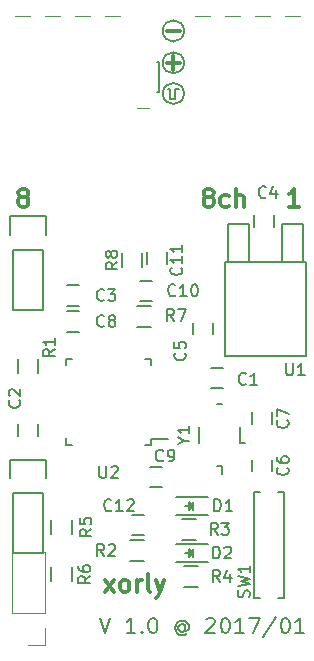
<source format=gbr>
G04 #@! TF.FileFunction,Legend,Top*
%FSLAX46Y46*%
G04 Gerber Fmt 4.6, Leading zero omitted, Abs format (unit mm)*
G04 Created by KiCad (PCBNEW (2016-11-06 revision 9ab7cfe)-master) date Tue Jan 10 10:26:56 2017*
%MOMM*%
%LPD*%
G01*
G04 APERTURE LIST*
%ADD10C,0.100000*%
%ADD11C,0.300000*%
%ADD12C,0.200000*%
%ADD13C,0.150000*%
%ADD14C,0.120000*%
G04 APERTURE END LIST*
D10*
D11*
X93867142Y-69381428D02*
X93724285Y-69310000D01*
X93652857Y-69238571D01*
X93581428Y-69095714D01*
X93581428Y-69024285D01*
X93652857Y-68881428D01*
X93724285Y-68810000D01*
X93867142Y-68738571D01*
X94152857Y-68738571D01*
X94295714Y-68810000D01*
X94367142Y-68881428D01*
X94438571Y-69024285D01*
X94438571Y-69095714D01*
X94367142Y-69238571D01*
X94295714Y-69310000D01*
X94152857Y-69381428D01*
X93867142Y-69381428D01*
X93724285Y-69452857D01*
X93652857Y-69524285D01*
X93581428Y-69667142D01*
X93581428Y-69952857D01*
X93652857Y-70095714D01*
X93724285Y-70167142D01*
X93867142Y-70238571D01*
X94152857Y-70238571D01*
X94295714Y-70167142D01*
X94367142Y-70095714D01*
X94438571Y-69952857D01*
X94438571Y-69667142D01*
X94367142Y-69524285D01*
X94295714Y-69452857D01*
X94152857Y-69381428D01*
X117338571Y-70238571D02*
X116481428Y-70238571D01*
X116910000Y-70238571D02*
X116910000Y-68738571D01*
X116767142Y-68952857D01*
X116624285Y-69095714D01*
X116481428Y-69167142D01*
X106138571Y-58067142D02*
X107281428Y-58067142D01*
X106710000Y-58638571D02*
X106710000Y-57495714D01*
D12*
X105510000Y-60560000D02*
X105310000Y-60560000D01*
X105510000Y-57960000D02*
X105510000Y-60560000D01*
X105310000Y-57960000D02*
X105510000Y-57960000D01*
X107610000Y-55360000D02*
G75*
G03X107610000Y-55360000I-900000J0D01*
G01*
X107610000Y-58060000D02*
G75*
G03X107610000Y-58060000I-900000J0D01*
G01*
D11*
X106138571Y-55367142D02*
X107281428Y-55367142D01*
D12*
X107610000Y-60660000D02*
G75*
G03X107610000Y-60660000I-900000J0D01*
G01*
X106810000Y-60260000D02*
X107210000Y-60260000D01*
X106810000Y-60260000D02*
X106810000Y-61160000D01*
X106410000Y-61160000D02*
X106810000Y-61160000D01*
X106410000Y-61160000D02*
X106410000Y-60260000D01*
X106210000Y-60260000D02*
X106410000Y-60260000D01*
D11*
X100910000Y-102838571D02*
X101695714Y-101838571D01*
X100910000Y-101838571D02*
X101695714Y-102838571D01*
X102481428Y-102838571D02*
X102338571Y-102767142D01*
X102267142Y-102695714D01*
X102195714Y-102552857D01*
X102195714Y-102124285D01*
X102267142Y-101981428D01*
X102338571Y-101910000D01*
X102481428Y-101838571D01*
X102695714Y-101838571D01*
X102838571Y-101910000D01*
X102910000Y-101981428D01*
X102981428Y-102124285D01*
X102981428Y-102552857D01*
X102910000Y-102695714D01*
X102838571Y-102767142D01*
X102695714Y-102838571D01*
X102481428Y-102838571D01*
X103624285Y-102838571D02*
X103624285Y-101838571D01*
X103624285Y-102124285D02*
X103695714Y-101981428D01*
X103767142Y-101910000D01*
X103910000Y-101838571D01*
X104052857Y-101838571D01*
X104767142Y-102838571D02*
X104624285Y-102767142D01*
X104552857Y-102624285D01*
X104552857Y-101338571D01*
X105195714Y-101838571D02*
X105552857Y-102838571D01*
X105910000Y-101838571D02*
X105552857Y-102838571D01*
X105410000Y-103195714D01*
X105338571Y-103267142D01*
X105195714Y-103338571D01*
X109545714Y-69381428D02*
X109402857Y-69310000D01*
X109331428Y-69238571D01*
X109260000Y-69095714D01*
X109260000Y-69024285D01*
X109331428Y-68881428D01*
X109402857Y-68810000D01*
X109545714Y-68738571D01*
X109831428Y-68738571D01*
X109974285Y-68810000D01*
X110045714Y-68881428D01*
X110117142Y-69024285D01*
X110117142Y-69095714D01*
X110045714Y-69238571D01*
X109974285Y-69310000D01*
X109831428Y-69381428D01*
X109545714Y-69381428D01*
X109402857Y-69452857D01*
X109331428Y-69524285D01*
X109260000Y-69667142D01*
X109260000Y-69952857D01*
X109331428Y-70095714D01*
X109402857Y-70167142D01*
X109545714Y-70238571D01*
X109831428Y-70238571D01*
X109974285Y-70167142D01*
X110045714Y-70095714D01*
X110117142Y-69952857D01*
X110117142Y-69667142D01*
X110045714Y-69524285D01*
X109974285Y-69452857D01*
X109831428Y-69381428D01*
X111402857Y-70167142D02*
X111260000Y-70238571D01*
X110974285Y-70238571D01*
X110831428Y-70167142D01*
X110760000Y-70095714D01*
X110688571Y-69952857D01*
X110688571Y-69524285D01*
X110760000Y-69381428D01*
X110831428Y-69310000D01*
X110974285Y-69238571D01*
X111260000Y-69238571D01*
X111402857Y-69310000D01*
X112045714Y-70238571D02*
X112045714Y-68738571D01*
X112688571Y-70238571D02*
X112688571Y-69452857D01*
X112617142Y-69310000D01*
X112474285Y-69238571D01*
X112260000Y-69238571D01*
X112117142Y-69310000D01*
X112045714Y-69381428D01*
D12*
X100512380Y-105048095D02*
X100945714Y-106348095D01*
X101379047Y-105048095D01*
X103483809Y-106348095D02*
X102740952Y-106348095D01*
X103112380Y-106348095D02*
X103112380Y-105048095D01*
X102988571Y-105233809D01*
X102864761Y-105357619D01*
X102740952Y-105419523D01*
X104040952Y-106224285D02*
X104102857Y-106286190D01*
X104040952Y-106348095D01*
X103979047Y-106286190D01*
X104040952Y-106224285D01*
X104040952Y-106348095D01*
X104907619Y-105048095D02*
X105031428Y-105048095D01*
X105155238Y-105110000D01*
X105217142Y-105171904D01*
X105279047Y-105295714D01*
X105340952Y-105543333D01*
X105340952Y-105852857D01*
X105279047Y-106100476D01*
X105217142Y-106224285D01*
X105155238Y-106286190D01*
X105031428Y-106348095D01*
X104907619Y-106348095D01*
X104783809Y-106286190D01*
X104721904Y-106224285D01*
X104660000Y-106100476D01*
X104598095Y-105852857D01*
X104598095Y-105543333D01*
X104660000Y-105295714D01*
X104721904Y-105171904D01*
X104783809Y-105110000D01*
X104907619Y-105048095D01*
X107693333Y-105729047D02*
X107631428Y-105667142D01*
X107507619Y-105605238D01*
X107383809Y-105605238D01*
X107260000Y-105667142D01*
X107198095Y-105729047D01*
X107136190Y-105852857D01*
X107136190Y-105976666D01*
X107198095Y-106100476D01*
X107260000Y-106162380D01*
X107383809Y-106224285D01*
X107507619Y-106224285D01*
X107631428Y-106162380D01*
X107693333Y-106100476D01*
X107693333Y-105605238D02*
X107693333Y-106100476D01*
X107755238Y-106162380D01*
X107817142Y-106162380D01*
X107940952Y-106100476D01*
X108002857Y-105976666D01*
X108002857Y-105667142D01*
X107879047Y-105481428D01*
X107693333Y-105357619D01*
X107445714Y-105295714D01*
X107198095Y-105357619D01*
X107012380Y-105481428D01*
X106888571Y-105667142D01*
X106826666Y-105914761D01*
X106888571Y-106162380D01*
X107012380Y-106348095D01*
X107198095Y-106471904D01*
X107445714Y-106533809D01*
X107693333Y-106471904D01*
X107879047Y-106348095D01*
X109488571Y-105171904D02*
X109550476Y-105110000D01*
X109674285Y-105048095D01*
X109983809Y-105048095D01*
X110107619Y-105110000D01*
X110169523Y-105171904D01*
X110231428Y-105295714D01*
X110231428Y-105419523D01*
X110169523Y-105605238D01*
X109426666Y-106348095D01*
X110231428Y-106348095D01*
X111036190Y-105048095D02*
X111160000Y-105048095D01*
X111283809Y-105110000D01*
X111345714Y-105171904D01*
X111407619Y-105295714D01*
X111469523Y-105543333D01*
X111469523Y-105852857D01*
X111407619Y-106100476D01*
X111345714Y-106224285D01*
X111283809Y-106286190D01*
X111160000Y-106348095D01*
X111036190Y-106348095D01*
X110912380Y-106286190D01*
X110850476Y-106224285D01*
X110788571Y-106100476D01*
X110726666Y-105852857D01*
X110726666Y-105543333D01*
X110788571Y-105295714D01*
X110850476Y-105171904D01*
X110912380Y-105110000D01*
X111036190Y-105048095D01*
X112707619Y-106348095D02*
X111964761Y-106348095D01*
X112336190Y-106348095D02*
X112336190Y-105048095D01*
X112212380Y-105233809D01*
X112088571Y-105357619D01*
X111964761Y-105419523D01*
X113140952Y-105048095D02*
X114007619Y-105048095D01*
X113450476Y-106348095D01*
X115431428Y-104986190D02*
X114317142Y-106657619D01*
X116112380Y-105048095D02*
X116236190Y-105048095D01*
X116360000Y-105110000D01*
X116421904Y-105171904D01*
X116483809Y-105295714D01*
X116545714Y-105543333D01*
X116545714Y-105852857D01*
X116483809Y-106100476D01*
X116421904Y-106224285D01*
X116360000Y-106286190D01*
X116236190Y-106348095D01*
X116112380Y-106348095D01*
X115988571Y-106286190D01*
X115926666Y-106224285D01*
X115864761Y-106100476D01*
X115802857Y-105852857D01*
X115802857Y-105543333D01*
X115864761Y-105295714D01*
X115926666Y-105171904D01*
X115988571Y-105110000D01*
X116112380Y-105048095D01*
X117783809Y-106348095D02*
X117040952Y-106348095D01*
X117412380Y-106348095D02*
X117412380Y-105048095D01*
X117288571Y-105233809D01*
X117164761Y-105357619D01*
X117040952Y-105419523D01*
D13*
X113113000Y-74884000D02*
X113113000Y-71709000D01*
X113113000Y-71709000D02*
X111335000Y-71709000D01*
X111335000Y-71709000D02*
X111335000Y-74884000D01*
X117685000Y-74884000D02*
X117685000Y-71709000D01*
X117685000Y-71709000D02*
X115907000Y-71709000D01*
X115907000Y-71709000D02*
X115907000Y-74884000D01*
X111081000Y-80980000D02*
X111081000Y-74884000D01*
X111081000Y-74884000D02*
X117939000Y-74884000D01*
X117939000Y-74884000D02*
X117939000Y-82758000D01*
X117939000Y-82885000D02*
X111081000Y-82885000D01*
X111081000Y-82758000D02*
X111081000Y-80980000D01*
D14*
X95800000Y-104650000D02*
X95800000Y-99450000D01*
X95800000Y-99450000D02*
X93020000Y-99450000D01*
X93020000Y-99450000D02*
X93020000Y-104650000D01*
X93020000Y-104650000D02*
X95800000Y-104650000D01*
X95800000Y-105920000D02*
X95800000Y-107310000D01*
X95800000Y-107310000D02*
X94410000Y-107310000D01*
X104640000Y-61860000D02*
X103640000Y-61860000D01*
X108520000Y-54080000D02*
X109820000Y-54080000D01*
X111060000Y-54080000D02*
X112360000Y-54080000D01*
X113600000Y-54080000D02*
X114900000Y-54080000D01*
X100900000Y-54080000D02*
X102200000Y-54080000D01*
X98360000Y-54080000D02*
X99660000Y-54080000D01*
X95820000Y-54080000D02*
X97120000Y-54080000D01*
X93280000Y-54080000D02*
X94580000Y-54080000D01*
X116140000Y-54080000D02*
X117440000Y-54080000D01*
D13*
X93140000Y-94490000D02*
X93140000Y-99570000D01*
X93140000Y-99570000D02*
X95680000Y-99570000D01*
X95680000Y-99570000D02*
X95680000Y-94490000D01*
X95960000Y-91670000D02*
X95960000Y-93220000D01*
X95680000Y-94490000D02*
X93140000Y-94490000D01*
X92860000Y-93220000D02*
X92860000Y-91670000D01*
X92860000Y-91670000D02*
X95960000Y-91670000D01*
X104210000Y-96310000D02*
X103210000Y-96310000D01*
X103210000Y-98010000D02*
X104210000Y-98010000D01*
X114060000Y-94360000D02*
X113560000Y-94360000D01*
X113560000Y-94360000D02*
X113560000Y-103360000D01*
X113560000Y-103360000D02*
X114060000Y-103360000D01*
X115560000Y-103360000D02*
X116060000Y-103360000D01*
X116060000Y-103360000D02*
X116060000Y-94360000D01*
X116060000Y-94360000D02*
X115560000Y-94360000D01*
X103910000Y-78210000D02*
X104910000Y-78210000D01*
X104910000Y-76510000D02*
X103910000Y-76510000D01*
X104460000Y-74060000D02*
X104460000Y-75060000D01*
X106160000Y-75060000D02*
X106160000Y-74060000D01*
X108610000Y-98435000D02*
X107410000Y-98435000D01*
X107410000Y-96685000D02*
X108610000Y-96685000D01*
X95260000Y-89660000D02*
X95260000Y-88660000D01*
X93560000Y-88660000D02*
X93560000Y-89660000D01*
X97710000Y-78610000D02*
X98710000Y-78610000D01*
X98710000Y-76910000D02*
X97710000Y-76910000D01*
X113560000Y-70960000D02*
X113560000Y-71960000D01*
X115260000Y-71960000D02*
X115260000Y-70960000D01*
X110060000Y-81060000D02*
X110060000Y-80060000D01*
X108360000Y-80060000D02*
X108360000Y-81060000D01*
X115060000Y-92660000D02*
X115060000Y-91660000D01*
X113360000Y-91660000D02*
X113360000Y-92660000D01*
X115060000Y-88660000D02*
X115060000Y-87660000D01*
X113360000Y-87660000D02*
X113360000Y-88660000D01*
X97710000Y-80810000D02*
X98710000Y-80810000D01*
X98710000Y-79110000D02*
X97710000Y-79110000D01*
X105710000Y-92310000D02*
X104710000Y-92310000D01*
X104710000Y-94010000D02*
X105710000Y-94010000D01*
X109910000Y-85610000D02*
X110910000Y-85610000D01*
X110910000Y-83910000D02*
X109910000Y-83910000D01*
X98085000Y-96760000D02*
X98085000Y-97960000D01*
X96335000Y-97960000D02*
X96335000Y-96760000D01*
X108810000Y-102435000D02*
X107610000Y-102435000D01*
X107610000Y-100685000D02*
X108810000Y-100685000D01*
X103010000Y-98485000D02*
X104210000Y-98485000D01*
X104210000Y-100235000D02*
X103010000Y-100235000D01*
X95285000Y-83160000D02*
X95285000Y-84360000D01*
X93535000Y-84360000D02*
X93535000Y-83160000D01*
X103610000Y-78685000D02*
X104810000Y-78685000D01*
X104810000Y-80435000D02*
X103610000Y-80435000D01*
X102335000Y-75360000D02*
X102335000Y-74160000D01*
X104085000Y-74160000D02*
X104085000Y-75360000D01*
X98085000Y-100760000D02*
X98085000Y-101960000D01*
X96335000Y-101960000D02*
X96335000Y-100760000D01*
X92860000Y-71070000D02*
X95960000Y-71070000D01*
X92860000Y-72620000D02*
X92860000Y-71070000D01*
X95680000Y-73890000D02*
X93140000Y-73890000D01*
X95960000Y-71070000D02*
X95960000Y-72620000D01*
X95680000Y-78970000D02*
X95680000Y-73890000D01*
X93140000Y-78970000D02*
X95680000Y-78970000D01*
X93140000Y-73890000D02*
X93140000Y-78970000D01*
X110810000Y-92160000D02*
X110810000Y-92860000D01*
X112310000Y-90260000D02*
X112810000Y-90260000D01*
X112310000Y-88857920D02*
X112310000Y-90260000D01*
X108910000Y-90261040D02*
X108910000Y-88858960D01*
X110810000Y-86960000D02*
X110410000Y-86960000D01*
X110810000Y-92160000D02*
X110410000Y-92160000D01*
X104835000Y-90385000D02*
X104835000Y-89935000D01*
X97585000Y-90385000D02*
X97585000Y-89860000D01*
X97585000Y-83135000D02*
X97585000Y-83660000D01*
X104835000Y-83135000D02*
X104835000Y-83660000D01*
X104835000Y-90385000D02*
X104310000Y-90385000D01*
X104835000Y-83135000D02*
X104310000Y-83135000D01*
X97585000Y-83135000D02*
X98110000Y-83135000D01*
X97585000Y-90385000D02*
X98110000Y-90385000D01*
X104835000Y-89935000D02*
X106210000Y-89935000D01*
X108010000Y-95210000D02*
X108360000Y-95560000D01*
X108010000Y-95910000D02*
X108010000Y-95210000D01*
X108360000Y-95560000D02*
X108010000Y-95910000D01*
X108010000Y-95560000D02*
X107660000Y-95560000D01*
X108360000Y-95910000D02*
X108360000Y-95210000D01*
X108110000Y-95660000D02*
X108260000Y-95510000D01*
X108110000Y-95410000D02*
X108110000Y-95660000D01*
X109610000Y-96310000D02*
X106910000Y-96310000D01*
X109610000Y-94810000D02*
X106910000Y-94810000D01*
X109610000Y-98810000D02*
X106910000Y-98810000D01*
X109610000Y-100310000D02*
X106910000Y-100310000D01*
X108110000Y-99410000D02*
X108110000Y-99660000D01*
X108110000Y-99660000D02*
X108260000Y-99510000D01*
X108360000Y-99910000D02*
X108360000Y-99210000D01*
X108010000Y-99560000D02*
X107660000Y-99560000D01*
X108360000Y-99560000D02*
X108010000Y-99910000D01*
X108010000Y-99910000D02*
X108010000Y-99210000D01*
X108010000Y-99210000D02*
X108360000Y-99560000D01*
X116248095Y-83512380D02*
X116248095Y-84321904D01*
X116295714Y-84417142D01*
X116343333Y-84464761D01*
X116438571Y-84512380D01*
X116629047Y-84512380D01*
X116724285Y-84464761D01*
X116771904Y-84417142D01*
X116819523Y-84321904D01*
X116819523Y-83512380D01*
X117819523Y-84512380D02*
X117248095Y-84512380D01*
X117533809Y-84512380D02*
X117533809Y-83512380D01*
X117438571Y-83655238D01*
X117343333Y-83750476D01*
X117248095Y-83798095D01*
D12*
X101467142Y-95917142D02*
X101419523Y-95964761D01*
X101276666Y-96012380D01*
X101181428Y-96012380D01*
X101038571Y-95964761D01*
X100943333Y-95869523D01*
X100895714Y-95774285D01*
X100848095Y-95583809D01*
X100848095Y-95440952D01*
X100895714Y-95250476D01*
X100943333Y-95155238D01*
X101038571Y-95060000D01*
X101181428Y-95012380D01*
X101276666Y-95012380D01*
X101419523Y-95060000D01*
X101467142Y-95107619D01*
X102419523Y-96012380D02*
X101848095Y-96012380D01*
X102133809Y-96012380D02*
X102133809Y-95012380D01*
X102038571Y-95155238D01*
X101943333Y-95250476D01*
X101848095Y-95298095D01*
X102800476Y-95107619D02*
X102848095Y-95060000D01*
X102943333Y-95012380D01*
X103181428Y-95012380D01*
X103276666Y-95060000D01*
X103324285Y-95107619D01*
X103371904Y-95202857D01*
X103371904Y-95298095D01*
X103324285Y-95440952D01*
X102752857Y-96012380D01*
X103371904Y-96012380D01*
X113114761Y-103293333D02*
X113162380Y-103150476D01*
X113162380Y-102912380D01*
X113114761Y-102817142D01*
X113067142Y-102769523D01*
X112971904Y-102721904D01*
X112876666Y-102721904D01*
X112781428Y-102769523D01*
X112733809Y-102817142D01*
X112686190Y-102912380D01*
X112638571Y-103102857D01*
X112590952Y-103198095D01*
X112543333Y-103245714D01*
X112448095Y-103293333D01*
X112352857Y-103293333D01*
X112257619Y-103245714D01*
X112210000Y-103198095D01*
X112162380Y-103102857D01*
X112162380Y-102864761D01*
X112210000Y-102721904D01*
X112162380Y-102388571D02*
X113162380Y-102150476D01*
X112448095Y-101960000D01*
X113162380Y-101769523D01*
X112162380Y-101531428D01*
X113162380Y-100626666D02*
X113162380Y-101198095D01*
X113162380Y-100912380D02*
X112162380Y-100912380D01*
X112305238Y-101007619D01*
X112400476Y-101102857D01*
X112448095Y-101198095D01*
X106867142Y-77717142D02*
X106819523Y-77764761D01*
X106676666Y-77812380D01*
X106581428Y-77812380D01*
X106438571Y-77764761D01*
X106343333Y-77669523D01*
X106295714Y-77574285D01*
X106248095Y-77383809D01*
X106248095Y-77240952D01*
X106295714Y-77050476D01*
X106343333Y-76955238D01*
X106438571Y-76860000D01*
X106581428Y-76812380D01*
X106676666Y-76812380D01*
X106819523Y-76860000D01*
X106867142Y-76907619D01*
X107819523Y-77812380D02*
X107248095Y-77812380D01*
X107533809Y-77812380D02*
X107533809Y-76812380D01*
X107438571Y-76955238D01*
X107343333Y-77050476D01*
X107248095Y-77098095D01*
X108438571Y-76812380D02*
X108533809Y-76812380D01*
X108629047Y-76860000D01*
X108676666Y-76907619D01*
X108724285Y-77002857D01*
X108771904Y-77193333D01*
X108771904Y-77431428D01*
X108724285Y-77621904D01*
X108676666Y-77717142D01*
X108629047Y-77764761D01*
X108533809Y-77812380D01*
X108438571Y-77812380D01*
X108343333Y-77764761D01*
X108295714Y-77717142D01*
X108248095Y-77621904D01*
X108200476Y-77431428D01*
X108200476Y-77193333D01*
X108248095Y-77002857D01*
X108295714Y-76907619D01*
X108343333Y-76860000D01*
X108438571Y-76812380D01*
X107367142Y-75402857D02*
X107414761Y-75450476D01*
X107462380Y-75593333D01*
X107462380Y-75688571D01*
X107414761Y-75831428D01*
X107319523Y-75926666D01*
X107224285Y-75974285D01*
X107033809Y-76021904D01*
X106890952Y-76021904D01*
X106700476Y-75974285D01*
X106605238Y-75926666D01*
X106510000Y-75831428D01*
X106462380Y-75688571D01*
X106462380Y-75593333D01*
X106510000Y-75450476D01*
X106557619Y-75402857D01*
X107462380Y-74450476D02*
X107462380Y-75021904D01*
X107462380Y-74736190D02*
X106462380Y-74736190D01*
X106605238Y-74831428D01*
X106700476Y-74926666D01*
X106748095Y-75021904D01*
X107462380Y-73498095D02*
X107462380Y-74069523D01*
X107462380Y-73783809D02*
X106462380Y-73783809D01*
X106605238Y-73879047D01*
X106700476Y-73974285D01*
X106748095Y-74069523D01*
X110443333Y-98012380D02*
X110110000Y-97536190D01*
X109871904Y-98012380D02*
X109871904Y-97012380D01*
X110252857Y-97012380D01*
X110348095Y-97060000D01*
X110395714Y-97107619D01*
X110443333Y-97202857D01*
X110443333Y-97345714D01*
X110395714Y-97440952D01*
X110348095Y-97488571D01*
X110252857Y-97536190D01*
X109871904Y-97536190D01*
X110776666Y-97012380D02*
X111395714Y-97012380D01*
X111062380Y-97393333D01*
X111205238Y-97393333D01*
X111300476Y-97440952D01*
X111348095Y-97488571D01*
X111395714Y-97583809D01*
X111395714Y-97821904D01*
X111348095Y-97917142D01*
X111300476Y-97964761D01*
X111205238Y-98012380D01*
X110919523Y-98012380D01*
X110824285Y-97964761D01*
X110776666Y-97917142D01*
X93667142Y-86626666D02*
X93714761Y-86674285D01*
X93762380Y-86817142D01*
X93762380Y-86912380D01*
X93714761Y-87055238D01*
X93619523Y-87150476D01*
X93524285Y-87198095D01*
X93333809Y-87245714D01*
X93190952Y-87245714D01*
X93000476Y-87198095D01*
X92905238Y-87150476D01*
X92810000Y-87055238D01*
X92762380Y-86912380D01*
X92762380Y-86817142D01*
X92810000Y-86674285D01*
X92857619Y-86626666D01*
X92857619Y-86245714D02*
X92810000Y-86198095D01*
X92762380Y-86102857D01*
X92762380Y-85864761D01*
X92810000Y-85769523D01*
X92857619Y-85721904D01*
X92952857Y-85674285D01*
X93048095Y-85674285D01*
X93190952Y-85721904D01*
X93762380Y-86293333D01*
X93762380Y-85674285D01*
X100843333Y-78117142D02*
X100795714Y-78164761D01*
X100652857Y-78212380D01*
X100557619Y-78212380D01*
X100414761Y-78164761D01*
X100319523Y-78069523D01*
X100271904Y-77974285D01*
X100224285Y-77783809D01*
X100224285Y-77640952D01*
X100271904Y-77450476D01*
X100319523Y-77355238D01*
X100414761Y-77260000D01*
X100557619Y-77212380D01*
X100652857Y-77212380D01*
X100795714Y-77260000D01*
X100843333Y-77307619D01*
X101176666Y-77212380D02*
X101795714Y-77212380D01*
X101462380Y-77593333D01*
X101605238Y-77593333D01*
X101700476Y-77640952D01*
X101748095Y-77688571D01*
X101795714Y-77783809D01*
X101795714Y-78021904D01*
X101748095Y-78117142D01*
X101700476Y-78164761D01*
X101605238Y-78212380D01*
X101319523Y-78212380D01*
X101224285Y-78164761D01*
X101176666Y-78117142D01*
X114543333Y-69417142D02*
X114495714Y-69464761D01*
X114352857Y-69512380D01*
X114257619Y-69512380D01*
X114114761Y-69464761D01*
X114019523Y-69369523D01*
X113971904Y-69274285D01*
X113924285Y-69083809D01*
X113924285Y-68940952D01*
X113971904Y-68750476D01*
X114019523Y-68655238D01*
X114114761Y-68560000D01*
X114257619Y-68512380D01*
X114352857Y-68512380D01*
X114495714Y-68560000D01*
X114543333Y-68607619D01*
X115400476Y-68845714D02*
X115400476Y-69512380D01*
X115162380Y-68464761D02*
X114924285Y-69179047D01*
X115543333Y-69179047D01*
X107667142Y-82626666D02*
X107714761Y-82674285D01*
X107762380Y-82817142D01*
X107762380Y-82912380D01*
X107714761Y-83055238D01*
X107619523Y-83150476D01*
X107524285Y-83198095D01*
X107333809Y-83245714D01*
X107190952Y-83245714D01*
X107000476Y-83198095D01*
X106905238Y-83150476D01*
X106810000Y-83055238D01*
X106762380Y-82912380D01*
X106762380Y-82817142D01*
X106810000Y-82674285D01*
X106857619Y-82626666D01*
X106762380Y-81721904D02*
X106762380Y-82198095D01*
X107238571Y-82245714D01*
X107190952Y-82198095D01*
X107143333Y-82102857D01*
X107143333Y-81864761D01*
X107190952Y-81769523D01*
X107238571Y-81721904D01*
X107333809Y-81674285D01*
X107571904Y-81674285D01*
X107667142Y-81721904D01*
X107714761Y-81769523D01*
X107762380Y-81864761D01*
X107762380Y-82102857D01*
X107714761Y-82198095D01*
X107667142Y-82245714D01*
X116367142Y-92326666D02*
X116414761Y-92374285D01*
X116462380Y-92517142D01*
X116462380Y-92612380D01*
X116414761Y-92755238D01*
X116319523Y-92850476D01*
X116224285Y-92898095D01*
X116033809Y-92945714D01*
X115890952Y-92945714D01*
X115700476Y-92898095D01*
X115605238Y-92850476D01*
X115510000Y-92755238D01*
X115462380Y-92612380D01*
X115462380Y-92517142D01*
X115510000Y-92374285D01*
X115557619Y-92326666D01*
X115462380Y-91469523D02*
X115462380Y-91660000D01*
X115510000Y-91755238D01*
X115557619Y-91802857D01*
X115700476Y-91898095D01*
X115890952Y-91945714D01*
X116271904Y-91945714D01*
X116367142Y-91898095D01*
X116414761Y-91850476D01*
X116462380Y-91755238D01*
X116462380Y-91564761D01*
X116414761Y-91469523D01*
X116367142Y-91421904D01*
X116271904Y-91374285D01*
X116033809Y-91374285D01*
X115938571Y-91421904D01*
X115890952Y-91469523D01*
X115843333Y-91564761D01*
X115843333Y-91755238D01*
X115890952Y-91850476D01*
X115938571Y-91898095D01*
X116033809Y-91945714D01*
X116367142Y-88326666D02*
X116414761Y-88374285D01*
X116462380Y-88517142D01*
X116462380Y-88612380D01*
X116414761Y-88755238D01*
X116319523Y-88850476D01*
X116224285Y-88898095D01*
X116033809Y-88945714D01*
X115890952Y-88945714D01*
X115700476Y-88898095D01*
X115605238Y-88850476D01*
X115510000Y-88755238D01*
X115462380Y-88612380D01*
X115462380Y-88517142D01*
X115510000Y-88374285D01*
X115557619Y-88326666D01*
X115462380Y-87993333D02*
X115462380Y-87326666D01*
X116462380Y-87755238D01*
X100843333Y-80317142D02*
X100795714Y-80364761D01*
X100652857Y-80412380D01*
X100557619Y-80412380D01*
X100414761Y-80364761D01*
X100319523Y-80269523D01*
X100271904Y-80174285D01*
X100224285Y-79983809D01*
X100224285Y-79840952D01*
X100271904Y-79650476D01*
X100319523Y-79555238D01*
X100414761Y-79460000D01*
X100557619Y-79412380D01*
X100652857Y-79412380D01*
X100795714Y-79460000D01*
X100843333Y-79507619D01*
X101414761Y-79840952D02*
X101319523Y-79793333D01*
X101271904Y-79745714D01*
X101224285Y-79650476D01*
X101224285Y-79602857D01*
X101271904Y-79507619D01*
X101319523Y-79460000D01*
X101414761Y-79412380D01*
X101605238Y-79412380D01*
X101700476Y-79460000D01*
X101748095Y-79507619D01*
X101795714Y-79602857D01*
X101795714Y-79650476D01*
X101748095Y-79745714D01*
X101700476Y-79793333D01*
X101605238Y-79840952D01*
X101414761Y-79840952D01*
X101319523Y-79888571D01*
X101271904Y-79936190D01*
X101224285Y-80031428D01*
X101224285Y-80221904D01*
X101271904Y-80317142D01*
X101319523Y-80364761D01*
X101414761Y-80412380D01*
X101605238Y-80412380D01*
X101700476Y-80364761D01*
X101748095Y-80317142D01*
X101795714Y-80221904D01*
X101795714Y-80031428D01*
X101748095Y-79936190D01*
X101700476Y-79888571D01*
X101605238Y-79840952D01*
X105843333Y-91717142D02*
X105795714Y-91764761D01*
X105652857Y-91812380D01*
X105557619Y-91812380D01*
X105414761Y-91764761D01*
X105319523Y-91669523D01*
X105271904Y-91574285D01*
X105224285Y-91383809D01*
X105224285Y-91240952D01*
X105271904Y-91050476D01*
X105319523Y-90955238D01*
X105414761Y-90860000D01*
X105557619Y-90812380D01*
X105652857Y-90812380D01*
X105795714Y-90860000D01*
X105843333Y-90907619D01*
X106319523Y-91812380D02*
X106510000Y-91812380D01*
X106605238Y-91764761D01*
X106652857Y-91717142D01*
X106748095Y-91574285D01*
X106795714Y-91383809D01*
X106795714Y-91002857D01*
X106748095Y-90907619D01*
X106700476Y-90860000D01*
X106605238Y-90812380D01*
X106414761Y-90812380D01*
X106319523Y-90860000D01*
X106271904Y-90907619D01*
X106224285Y-91002857D01*
X106224285Y-91240952D01*
X106271904Y-91336190D01*
X106319523Y-91383809D01*
X106414761Y-91431428D01*
X106605238Y-91431428D01*
X106700476Y-91383809D01*
X106748095Y-91336190D01*
X106795714Y-91240952D01*
X112843333Y-85217142D02*
X112795714Y-85264761D01*
X112652857Y-85312380D01*
X112557619Y-85312380D01*
X112414761Y-85264761D01*
X112319523Y-85169523D01*
X112271904Y-85074285D01*
X112224285Y-84883809D01*
X112224285Y-84740952D01*
X112271904Y-84550476D01*
X112319523Y-84455238D01*
X112414761Y-84360000D01*
X112557619Y-84312380D01*
X112652857Y-84312380D01*
X112795714Y-84360000D01*
X112843333Y-84407619D01*
X113795714Y-85312380D02*
X113224285Y-85312380D01*
X113510000Y-85312380D02*
X113510000Y-84312380D01*
X113414761Y-84455238D01*
X113319523Y-84550476D01*
X113224285Y-84598095D01*
X99762380Y-97526666D02*
X99286190Y-97860000D01*
X99762380Y-98098095D02*
X98762380Y-98098095D01*
X98762380Y-97717142D01*
X98810000Y-97621904D01*
X98857619Y-97574285D01*
X98952857Y-97526666D01*
X99095714Y-97526666D01*
X99190952Y-97574285D01*
X99238571Y-97621904D01*
X99286190Y-97717142D01*
X99286190Y-98098095D01*
X98762380Y-96621904D02*
X98762380Y-97098095D01*
X99238571Y-97145714D01*
X99190952Y-97098095D01*
X99143333Y-97002857D01*
X99143333Y-96764761D01*
X99190952Y-96669523D01*
X99238571Y-96621904D01*
X99333809Y-96574285D01*
X99571904Y-96574285D01*
X99667142Y-96621904D01*
X99714761Y-96669523D01*
X99762380Y-96764761D01*
X99762380Y-97002857D01*
X99714761Y-97098095D01*
X99667142Y-97145714D01*
X110643333Y-102012380D02*
X110310000Y-101536190D01*
X110071904Y-102012380D02*
X110071904Y-101012380D01*
X110452857Y-101012380D01*
X110548095Y-101060000D01*
X110595714Y-101107619D01*
X110643333Y-101202857D01*
X110643333Y-101345714D01*
X110595714Y-101440952D01*
X110548095Y-101488571D01*
X110452857Y-101536190D01*
X110071904Y-101536190D01*
X111500476Y-101345714D02*
X111500476Y-102012380D01*
X111262380Y-100964761D02*
X111024285Y-101679047D01*
X111643333Y-101679047D01*
X100843333Y-99812380D02*
X100510000Y-99336190D01*
X100271904Y-99812380D02*
X100271904Y-98812380D01*
X100652857Y-98812380D01*
X100748095Y-98860000D01*
X100795714Y-98907619D01*
X100843333Y-99002857D01*
X100843333Y-99145714D01*
X100795714Y-99240952D01*
X100748095Y-99288571D01*
X100652857Y-99336190D01*
X100271904Y-99336190D01*
X101224285Y-98907619D02*
X101271904Y-98860000D01*
X101367142Y-98812380D01*
X101605238Y-98812380D01*
X101700476Y-98860000D01*
X101748095Y-98907619D01*
X101795714Y-99002857D01*
X101795714Y-99098095D01*
X101748095Y-99240952D01*
X101176666Y-99812380D01*
X101795714Y-99812380D01*
X96662380Y-82326666D02*
X96186190Y-82660000D01*
X96662380Y-82898095D02*
X95662380Y-82898095D01*
X95662380Y-82517142D01*
X95710000Y-82421904D01*
X95757619Y-82374285D01*
X95852857Y-82326666D01*
X95995714Y-82326666D01*
X96090952Y-82374285D01*
X96138571Y-82421904D01*
X96186190Y-82517142D01*
X96186190Y-82898095D01*
X96662380Y-81374285D02*
X96662380Y-81945714D01*
X96662380Y-81660000D02*
X95662380Y-81660000D01*
X95805238Y-81755238D01*
X95900476Y-81850476D01*
X95948095Y-81945714D01*
X106743333Y-79912380D02*
X106410000Y-79436190D01*
X106171904Y-79912380D02*
X106171904Y-78912380D01*
X106552857Y-78912380D01*
X106648095Y-78960000D01*
X106695714Y-79007619D01*
X106743333Y-79102857D01*
X106743333Y-79245714D01*
X106695714Y-79340952D01*
X106648095Y-79388571D01*
X106552857Y-79436190D01*
X106171904Y-79436190D01*
X107076666Y-78912380D02*
X107743333Y-78912380D01*
X107314761Y-79912380D01*
X101962380Y-74926666D02*
X101486190Y-75260000D01*
X101962380Y-75498095D02*
X100962380Y-75498095D01*
X100962380Y-75117142D01*
X101010000Y-75021904D01*
X101057619Y-74974285D01*
X101152857Y-74926666D01*
X101295714Y-74926666D01*
X101390952Y-74974285D01*
X101438571Y-75021904D01*
X101486190Y-75117142D01*
X101486190Y-75498095D01*
X101390952Y-74355238D02*
X101343333Y-74450476D01*
X101295714Y-74498095D01*
X101200476Y-74545714D01*
X101152857Y-74545714D01*
X101057619Y-74498095D01*
X101010000Y-74450476D01*
X100962380Y-74355238D01*
X100962380Y-74164761D01*
X101010000Y-74069523D01*
X101057619Y-74021904D01*
X101152857Y-73974285D01*
X101200476Y-73974285D01*
X101295714Y-74021904D01*
X101343333Y-74069523D01*
X101390952Y-74164761D01*
X101390952Y-74355238D01*
X101438571Y-74450476D01*
X101486190Y-74498095D01*
X101581428Y-74545714D01*
X101771904Y-74545714D01*
X101867142Y-74498095D01*
X101914761Y-74450476D01*
X101962380Y-74355238D01*
X101962380Y-74164761D01*
X101914761Y-74069523D01*
X101867142Y-74021904D01*
X101771904Y-73974285D01*
X101581428Y-73974285D01*
X101486190Y-74021904D01*
X101438571Y-74069523D01*
X101390952Y-74164761D01*
X99662380Y-101526666D02*
X99186190Y-101860000D01*
X99662380Y-102098095D02*
X98662380Y-102098095D01*
X98662380Y-101717142D01*
X98710000Y-101621904D01*
X98757619Y-101574285D01*
X98852857Y-101526666D01*
X98995714Y-101526666D01*
X99090952Y-101574285D01*
X99138571Y-101621904D01*
X99186190Y-101717142D01*
X99186190Y-102098095D01*
X98662380Y-100669523D02*
X98662380Y-100860000D01*
X98710000Y-100955238D01*
X98757619Y-101002857D01*
X98900476Y-101098095D01*
X99090952Y-101145714D01*
X99471904Y-101145714D01*
X99567142Y-101098095D01*
X99614761Y-101050476D01*
X99662380Y-100955238D01*
X99662380Y-100764761D01*
X99614761Y-100669523D01*
X99567142Y-100621904D01*
X99471904Y-100574285D01*
X99233809Y-100574285D01*
X99138571Y-100621904D01*
X99090952Y-100669523D01*
X99043333Y-100764761D01*
X99043333Y-100955238D01*
X99090952Y-101050476D01*
X99138571Y-101098095D01*
X99233809Y-101145714D01*
X107586190Y-90036190D02*
X108062380Y-90036190D01*
X107062380Y-90369523D02*
X107586190Y-90036190D01*
X107062380Y-89702857D01*
X108062380Y-88845714D02*
X108062380Y-89417142D01*
X108062380Y-89131428D02*
X107062380Y-89131428D01*
X107205238Y-89226666D01*
X107300476Y-89321904D01*
X107348095Y-89417142D01*
X100448095Y-92212380D02*
X100448095Y-93021904D01*
X100495714Y-93117142D01*
X100543333Y-93164761D01*
X100638571Y-93212380D01*
X100829047Y-93212380D01*
X100924285Y-93164761D01*
X100971904Y-93117142D01*
X101019523Y-93021904D01*
X101019523Y-92212380D01*
X101448095Y-92307619D02*
X101495714Y-92260000D01*
X101590952Y-92212380D01*
X101829047Y-92212380D01*
X101924285Y-92260000D01*
X101971904Y-92307619D01*
X102019523Y-92402857D01*
X102019523Y-92498095D01*
X101971904Y-92640952D01*
X101400476Y-93212380D01*
X102019523Y-93212380D01*
X110171904Y-96012380D02*
X110171904Y-95012380D01*
X110410000Y-95012380D01*
X110552857Y-95060000D01*
X110648095Y-95155238D01*
X110695714Y-95250476D01*
X110743333Y-95440952D01*
X110743333Y-95583809D01*
X110695714Y-95774285D01*
X110648095Y-95869523D01*
X110552857Y-95964761D01*
X110410000Y-96012380D01*
X110171904Y-96012380D01*
X111695714Y-96012380D02*
X111124285Y-96012380D01*
X111410000Y-96012380D02*
X111410000Y-95012380D01*
X111314761Y-95155238D01*
X111219523Y-95250476D01*
X111124285Y-95298095D01*
X110071904Y-100012380D02*
X110071904Y-99012380D01*
X110310000Y-99012380D01*
X110452857Y-99060000D01*
X110548095Y-99155238D01*
X110595714Y-99250476D01*
X110643333Y-99440952D01*
X110643333Y-99583809D01*
X110595714Y-99774285D01*
X110548095Y-99869523D01*
X110452857Y-99964761D01*
X110310000Y-100012380D01*
X110071904Y-100012380D01*
X111024285Y-99107619D02*
X111071904Y-99060000D01*
X111167142Y-99012380D01*
X111405238Y-99012380D01*
X111500476Y-99060000D01*
X111548095Y-99107619D01*
X111595714Y-99202857D01*
X111595714Y-99298095D01*
X111548095Y-99440952D01*
X110976666Y-100012380D01*
X111595714Y-100012380D01*
M02*

</source>
